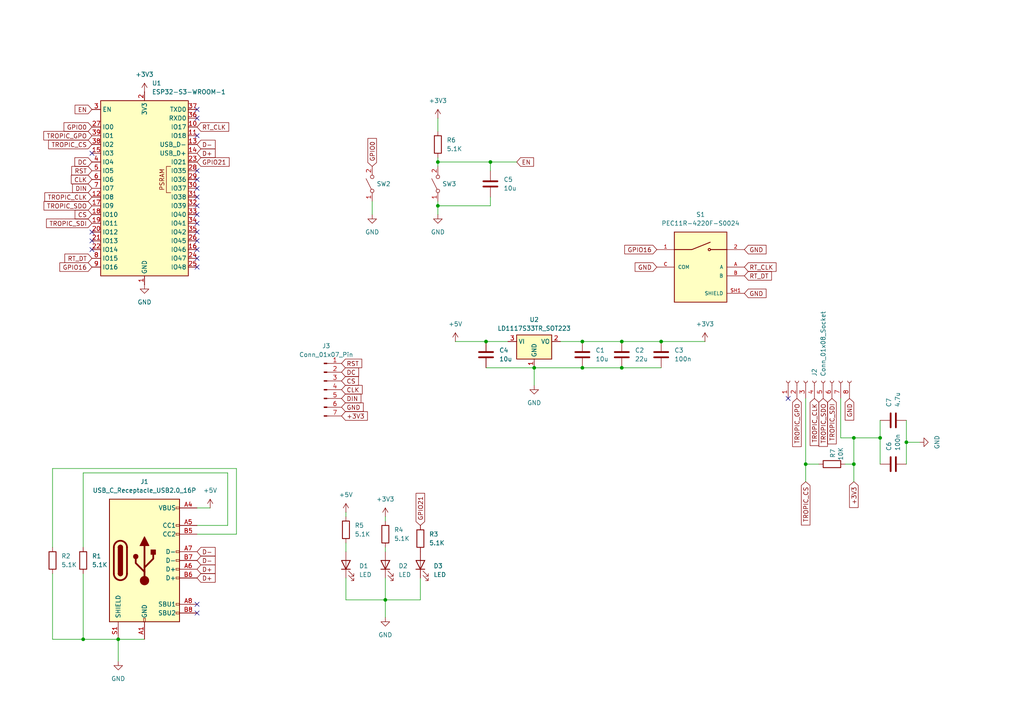
<source format=kicad_sch>
(kicad_sch (version 20250114) (generator "eeschema") (generator_version "9.0")
  (paper "A4")
  (lib_symbols
    (symbol "Connector:Conn_01x07_Pin" (pin_names (offset 1.016) (hide yes))
      (property "Reference" "J" (at 0 10.16 0))
      (property "Value" "Conn_01x07_Pin" (at 0 -10.16 0))
      (symbol "Conn_01x07_Pin_1_1"
        (rectangle (start 0.8636 7.747) (end 0 7.493) (stroke (width 0.1524)) (fill (type outline)))
        (rectangle (start 0.8636 5.207) (end 0 4.953) (stroke (width 0.1524)) (fill (type outline)))
        (rectangle (start 0.8636 2.667) (end 0 2.413) (stroke (width 0.1524)) (fill (type outline)))
        (rectangle (start 0.8636 0.127) (end 0 -0.127) (stroke (width 0.1524)) (fill (type outline)))
        (rectangle (start 0.8636 -2.413) (end 0 -2.667) (stroke (width 0.1524)) (fill (type outline)))
        (rectangle (start 0.8636 -4.953) (end 0 -5.207) (stroke (width 0.1524)) (fill (type outline)))
        (rectangle (start 0.8636 -7.493) (end 0 -7.747) (stroke (width 0.1524)) (fill (type outline)))
        (polyline (pts (xy 1.27 7.62) (xy 0.8636 7.62)) (stroke (width 0.1524)))
        (polyline (pts (xy 1.27 5.08) (xy 0.8636 5.08)) (stroke (width 0.1524)))
        (polyline (pts (xy 1.27 2.54) (xy 0.8636 2.54)) (stroke (width 0.1524)))
        (polyline (pts (xy 1.27 0) (xy 0.8636 0)) (stroke (width 0.1524)))
        (polyline (pts (xy 1.27 -2.54) (xy 0.8636 -2.54)) (stroke (width 0.1524)))
        (polyline (pts (xy 1.27 -5.08) (xy 0.8636 -5.08)) (stroke (width 0.1524)))
        (polyline (pts (xy 1.27 -7.62) (xy 0.8636 -7.62)) (stroke (width 0.1524)))
        (pin passive line (at 5.08 7.62 180) (length 3.81) (name "Pin_1") (number "1"))
        (pin passive line (at 5.08 5.08 180) (length 3.81) (name "Pin_2") (number "2"))
        (pin passive line (at 5.08 2.54 180) (length 3.81) (name "Pin_3") (number "3"))
        (pin passive line (at 5.08 0 180) (length 3.81) (name "Pin_4") (number "4"))
        (pin passive line (at 5.08 -2.54 180) (length 3.81) (name "Pin_5") (number "5"))
        (pin passive line (at 5.08 -5.08 180) (length 3.81) (name "Pin_6") (number "6"))
        (pin passive line (at 5.08 -7.62 180) (length 3.81) (name "Pin_7") (number "7"))
      )
    )
    (symbol "Connector:Conn_01x08_Socket" (pin_names (offset 1.016) (hide yes))
      (property "Reference" "J" (at 0 10.16 0))
      (property "Value" "Conn_01x08_Socket" (at 0 -12.7 0))
      (symbol "Conn_01x08_Socket_1_1"
        (polyline (pts (xy -1.27 7.62) (xy -0.508 7.62)) (stroke (width 0.1524)))
        (polyline (pts (xy -1.27 5.08) (xy -0.508 5.08)) (stroke (width 0.1524)))
        (polyline (pts (xy -1.27 2.54) (xy -0.508 2.54)) (stroke (width 0.1524)))
        (polyline (pts (xy -1.27 0) (xy -0.508 0)) (stroke (width 0.1524)))
        (polyline (pts (xy -1.27 -2.54) (xy -0.508 -2.54)) (stroke (width 0.1524)))
        (polyline (pts (xy -1.27 -5.08) (xy -0.508 -5.08)) (stroke (width 0.1524)))
        (polyline (pts (xy -1.27 -7.62) (xy -0.508 -7.62)) (stroke (width 0.1524)))
        (polyline (pts (xy -1.27 -10.16) (xy -0.508 -10.16)) (stroke (width 0.1524)))
        (arc (start 0 7.112) (mid -0.5058 7.62) (end 0 8.128) (stroke (width 0.1524)))
        (arc (start 0 4.572) (mid -0.5058 5.08) (end 0 5.588) (stroke (width 0.1524)))
        (arc (start 0 2.032) (mid -0.5058 2.54) (end 0 3.048) (stroke (width 0.1524)))
        (arc (start 0 -0.508) (mid -0.5058 0) (end 0 0.508) (stroke (width 0.1524)))
        (arc (start 0 -3.048) (mid -0.5058 -2.54) (end 0 -2.032) (stroke (width 0.1524)))
        (arc (start 0 -5.588) (mid -0.5058 -5.08) (end 0 -4.572) (stroke (width 0.1524)))
        (arc (start 0 -8.128) (mid -0.5058 -7.62) (end 0 -7.112) (stroke (width 0.1524)))
        (arc (start 0 -10.668) (mid -0.5058 -10.16) (end 0 -9.652) (stroke (width 0.1524)))
        (pin passive line (at -5.08 7.62 0) (length 3.81) (name "Pin_1") (number "1"))
        (pin passive line (at -5.08 5.08 0) (length 3.81) (name "Pin_2") (number "2"))
        (pin passive line (at -5.08 2.54 0) (length 3.81) (name "Pin_3") (number "3"))
        (pin passive line (at -5.08 0 0) (length 3.81) (name "Pin_4") (number "4"))
        (pin passive line (at -5.08 -2.54 0) (length 3.81) (name "Pin_5") (number "5"))
        (pin passive line (at -5.08 -5.08 0) (length 3.81) (name "Pin_6") (number "6"))
        (pin passive line (at -5.08 -7.62 0) (length 3.81) (name "Pin_7") (number "7"))
        (pin passive line (at -5.08 -10.16 0) (length 3.81) (name "Pin_8") (number "8"))
      )
    )
    (symbol "Connector:USB_C_Receptacle_USB2.0_16P" (pin_names (offset 1.016))
      (property "Reference" "J" (at 0 22.225 0))
      (property "Value" "USB_C_Receptacle_USB2.0_16P" (at 0 19.685 0))
      (symbol "USB_C_Receptacle_USB2.0_16P_0_0"
        (rectangle (start -0.254 -17.78) (end 0.254 -16.764))
        (rectangle (start 10.16 15.494) (end 9.144 14.986))
        (rectangle (start 10.16 10.414) (end 9.144 9.906))
        (rectangle (start 10.16 7.874) (end 9.144 7.366))
        (rectangle (start 10.16 2.794) (end 9.144 2.286))
        (rectangle (start 10.16 0.254) (end 9.144 -0.254))
        (rectangle (start 10.16 -2.286) (end 9.144 -2.794))
        (rectangle (start 10.16 -4.826) (end 9.144 -5.334))
        (rectangle (start 10.16 -12.446) (end 9.144 -12.954))
        (rectangle (start 10.16 -14.986) (end 9.144 -15.494))
      )
      (symbol "USB_C_Receptacle_USB2.0_16P_0_1"
        (rectangle (start -10.16 17.78) (end 10.16 -17.78) (stroke (width 0.254)) (fill (type background)))
        (polyline (pts (xy -8.89 -3.81) (xy -8.89 3.81)) (stroke (width 0.508)))
        (rectangle (start -7.62 -3.81) (end -6.35 3.81) (stroke (width 0.254)) (fill (type outline)))
        (arc (start -7.62 3.81) (mid -6.985 4.4423) (end -6.35 3.81) (stroke (width 0.254)))
        (arc (start -7.62 3.81) (mid -6.985 4.4423) (end -6.35 3.81) (stroke (width 0.254)) (fill (type outline)))
        (arc (start -8.89 3.81) (mid -6.985 5.7067) (end -5.08 3.81) (stroke (width 0.508)))
        (arc (start -5.08 -3.81) (mid -6.985 -5.7067) (end -8.89 -3.81) (stroke (width 0.508)))
        (arc (start -6.35 -3.81) (mid -6.985 -4.4423) (end -7.62 -3.81) (stroke (width 0.254)))
        (arc (start -6.35 -3.81) (mid -6.985 -4.4423) (end -7.62 -3.81) (stroke (width 0.254)) (fill (type outline)))
        (polyline (pts (xy -5.08 3.81) (xy -5.08 -3.81)) (stroke (width 0.508)))
        (circle (center -2.54 1.143) (radius 0.635) (stroke (width 0.254)) (fill (type outline)))
        (polyline (pts (xy -1.27 4.318) (xy 0 6.858) (xy 1.27 4.318) (xy -1.27 4.318)) (stroke (width 0.254)) (fill (type outline)))
        (polyline (pts (xy 0 -2.032) (xy 2.54 0.508) (xy 2.54 1.778)) (stroke (width 0.508)))
        (polyline (pts (xy 0 -3.302) (xy -2.54 -0.762) (xy -2.54 0.508)) (stroke (width 0.508)))
        (polyline (pts (xy 0 -5.842) (xy 0 4.318)) (stroke (width 0.508)))
        (circle (center 0 -5.842) (radius 1.27) (fill (type outline)))
        (rectangle (start 1.905 1.778) (end 3.175 3.048) (stroke (width 0.254)) (fill (type outline)))
      )
      (symbol "USB_C_Receptacle_USB2.0_16P_1_1"
        (pin passive line (at -7.62 -22.86 90) (length 5.08) (name "SHIELD") (number "S1"))
        (pin passive line (at 0 -22.86 90) (length 5.08) (name "GND") (number "A1"))
        (pin passive line (at 0 -22.86 90) (length 5.08) (hide yes) (name "GND") (number "A12"))
        (pin passive line (at 0 -22.86 90) (length 5.08) (hide yes) (name "GND") (number "B1"))
        (pin passive line (at 0 -22.86 90) (length 5.08) (hide yes) (name "GND") (number "B12"))
        (pin passive line (at 15.24 15.24 180) (length 5.08) (name "VBUS") (number "A4"))
        (pin passive line (at 15.24 15.24 180) (length 5.08) (hide yes) (name "VBUS") (number "A9"))
        (pin passive line (at 15.24 15.24 180) (length 5.08) (hide yes) (name "VBUS") (number "B4"))
        (pin passive line (at 15.24 15.24 180) (length 5.08) (hide yes) (name "VBUS") (number "B9"))
        (pin bidirectional line (at 15.24 10.16 180) (length 5.08) (name "CC1") (number "A5"))
        (pin bidirectional line (at 15.24 7.62 180) (length 5.08) (name "CC2") (number "B5"))
        (pin bidirectional line (at 15.24 2.54 180) (length 5.08) (name "D-") (number "A7"))
        (pin bidirectional line (at 15.24 0 180) (length 5.08) (name "D-") (number "B7"))
        (pin bidirectional line (at 15.24 -2.54 180) (length 5.08) (name "D+") (number "A6"))
        (pin bidirectional line (at 15.24 -5.08 180) (length 5.08) (name "D+") (number "B6"))
        (pin bidirectional line (at 15.24 -12.7 180) (length 5.08) (name "SBU1") (number "A8"))
        (pin bidirectional line (at 15.24 -15.24 180) (length 5.08) (name "SBU2") (number "B8"))
      )
    )
    (symbol "Device:C" (pin_numbers (hide yes)) (pin_names (offset 0.254))
      (property "Reference" "C" (at 0.635 2.54 0))
      (property "Value" "C" (at 0.635 -2.54 0))
      (symbol "C_0_1"
        (polyline (pts (xy -2.032 0.762) (xy 2.032 0.762)) (stroke (width 0.508)))
        (polyline (pts (xy -2.032 -0.762) (xy 2.032 -0.762)) (stroke (width 0.508)))
      )
      (symbol "C_1_1"
        (pin passive line (at 0 3.81 270) (length 2.794) (name "~") (number "1"))
        (pin passive line (at 0 -3.81 90) (length 2.794) (name "~") (number "2"))
      )
    )
    (symbol "Device:LED" (pin_numbers (hide yes)) (pin_names (offset 1.016) (hide yes))
      (property "Reference" "D" (at 0 2.54 0))
      (property "Value" "LED" (at 0 -2.54 0))
      (symbol "LED_0_1"
        (polyline (pts (xy -3.048 -0.762) (xy -4.572 -2.286) (xy -3.81 -2.286) (xy -4.572 -2.286) (xy -4.572 -1.524)))
        (polyline (pts (xy -1.778 -0.762) (xy -3.302 -2.286) (xy -2.54 -2.286) (xy -3.302 -2.286) (xy -3.302 -1.524)))
        (polyline (pts (xy -1.27 0) (xy 1.27 0)))
        (polyline (pts (xy -1.27 -1.27) (xy -1.27 1.27)) (stroke (width 0.254)))
        (polyline (pts (xy 1.27 -1.27) (xy 1.27 1.27) (xy -1.27 0) (xy 1.27 -1.27)) (stroke (width 0.254)))
      )
      (symbol "LED_1_1"
        (pin passive line (at -3.81 0 0) (length 2.54) (name "K") (number "1"))
        (pin passive line (at 3.81 0 180) (length 2.54) (name "A") (number "2"))
      )
    )
    (symbol "Device:R" (pin_numbers (hide yes)) (pin_names (offset 0))
      (property "Reference" "R" (at 2.032 0 90))
      (property "Value" "R" (at 0 0 90))
      (symbol "R_0_1"
        (rectangle (start -1.016 -2.54) (end 1.016 2.54) (stroke (width 0.254)))
      )
      (symbol "R_1_1"
        (pin passive line (at 0 3.81 270) (length 1.27) (name "~") (number "1"))
        (pin passive line (at 0 -3.81 90) (length 1.27) (name "~") (number "2"))
      )
    )
    (symbol "RF_Module:ESP32-S3-WROOM-1"
      (property "Reference" "U" (at -12.7 26.67 0))
      (property "Value" "ESP32-S3-WROOM-1" (at 12.7 26.67 0))
      (symbol "ESP32-S3-WROOM-1_0_0"
        (rectangle (start -12.7 25.4) (end 12.7 -25.4) (stroke (width 0.254)) (fill (type background)))
        (text "PSRAM" (at 5.08 2.54 900) (effects (font (size 1.27 1.27))))
      )
      (symbol "ESP32-S3-WROOM-1_0_1"
        (polyline (pts (xy 7.62 -1.27) (xy 6.35 -1.27) (xy 6.35 6.35) (xy 7.62 6.35)))
      )
      (symbol "ESP32-S3-WROOM-1_1_1"
        (pin input line (at -15.24 22.86 0) (length 2.54) (name "EN") (number "3"))
        (pin bidirectional line (at -15.24 17.78 0) (length 2.54) (name "IO0") (number "27"))
        (pin bidirectional line (at -15.24 15.24 0) (length 2.54) (name "IO1") (number "39"))
        (pin bidirectional line (at -15.24 12.7 0) (length 2.54) (name "IO2") (number "38"))
        (pin bidirectional line (at -15.24 10.16 0) (length 2.54) (name "IO3") (number "15"))
        (pin bidirectional line (at -15.24 7.62 0) (length 2.54) (name "IO4") (number "4"))
        (pin bidirectional line (at -15.24 5.08 0) (length 2.54) (name "IO5") (number "5"))
        (pin bidirectional line (at -15.24 2.54 0) (length 2.54) (name "IO6") (number "6"))
        (pin bidirectional line (at -15.24 0 0) (length 2.54) (name "IO7") (number "7"))
        (pin bidirectional line (at -15.24 -2.54 0) (length 2.54) (name "IO8") (number "12"))
        (pin bidirectional line (at -15.24 -5.08 0) (length 2.54) (name "IO9") (number "17"))
        (pin bidirectional line (at -15.24 -7.62 0) (length 2.54) (name "IO10") (number "18"))
        (pin bidirectional line (at -15.24 -10.16 0) (length 2.54) (name "IO11") (number "19"))
        (pin bidirectional line (at -15.24 -12.7 0) (length 2.54) (name "IO12") (number "20"))
        (pin bidirectional line (at -15.24 -15.24 0) (length 2.54) (name "IO13") (number "21"))
        (pin bidirectional line (at -15.24 -17.78 0) (length 2.54) (name "IO14") (number "22"))
        (pin bidirectional line (at -15.24 -20.32 0) (length 2.54) (name "IO15") (number "8"))
        (pin bidirectional line (at -15.24 -22.86 0) (length 2.54) (name "IO16") (number "9"))
        (pin power_in line (at 0 27.94 270) (length 2.54) (name "3V3") (number "2"))
        (pin power_in line (at 0 -27.94 90) (length 2.54) (name "GND") (number "1"))
        (pin passive line (at 0 -27.94 90) (length 2.54) (hide yes) (name "GND") (number "40"))
        (pin passive line (at 0 -27.94 90) (length 2.54) (hide yes) (name "GND") (number "41"))
        (pin bidirectional line (at 15.24 22.86 180) (length 2.54) (name "TXD0") (number "37"))
        (pin bidirectional line (at 15.24 20.32 180) (length 2.54) (name "RXD0") (number "36"))
        (pin bidirectional line (at 15.24 17.78 180) (length 2.54) (name "IO17") (number "10"))
        (pin bidirectional line (at 15.24 15.24 180) (length 2.54) (name "IO18") (number "11"))
        (pin bidirectional line (at 15.24 12.7 180) (length 2.54) (name "USB_D-") (number "13"))
        (pin bidirectional line (at 15.24 10.16 180) (length 2.54) (name "USB_D+") (number "14"))
        (pin bidirectional line (at 15.24 7.62 180) (length 2.54) (name "IO21") (number "23"))
        (pin bidirectional line (at 15.24 5.08 180) (length 2.54) (name "IO35") (number "28"))
        (pin bidirectional line (at 15.24 2.54 180) (length 2.54) (name "IO36") (number "29"))
        (pin bidirectional line (at 15.24 0 180) (length 2.54) (name "IO37") (number "30"))
        (pin bidirectional line (at 15.24 -2.54 180) (length 2.54) (name "IO38") (number "31"))
        (pin bidirectional line (at 15.24 -5.08 180) (length 2.54) (name "IO39") (number "32"))
        (pin bidirectional line (at 15.24 -7.62 180) (length 2.54) (name "IO40") (number "33"))
        (pin bidirectional line (at 15.24 -10.16 180) (length 2.54) (name "IO41") (number "34"))
        (pin bidirectional line (at 15.24 -12.7 180) (length 2.54) (name "IO42") (number "35"))
        (pin bidirectional line (at 15.24 -15.24 180) (length 2.54) (name "IO45") (number "26"))
        (pin bidirectional line (at 15.24 -17.78 180) (length 2.54) (name "IO46") (number "16"))
        (pin bidirectional line (at 15.24 -20.32 180) (length 2.54) (name "IO47") (number "24"))
        (pin bidirectional line (at 15.24 -22.86 180) (length 2.54) (name "IO48") (number "25"))
      )
    )
    (symbol "Regulator_Linear:LD1117S33TR_SOT223"
      (property "Reference" "U" (at -3.81 3.175 0))
      (property "Value" "LD1117S33TR_SOT223" (at 0 3.175 0))
      (symbol "LD1117S33TR_SOT223_0_1"
        (rectangle (start -5.08 -5.08) (end 5.08 1.905) (stroke (width 0.254)) (fill (type background)))
      )
      (symbol "LD1117S33TR_SOT223_1_1"
        (pin power_in line (at -7.62 0 0) (length 2.54) (name "VI") (number "3"))
        (pin power_in line (at 0 -7.62 90) (length 2.54) (name "GND") (number "1"))
        (pin power_out line (at 7.62 0 180) (length 2.54) (name "VO") (number "2"))
      )
    )
    (symbol "RotatoryEncoder:PEC11R-4220F-S0024" (pin_names (offset 1.016))
      (property "Reference" "S" (at -7.62 10.922 0))
      (property "Value" "PEC11R-4220F-S0024" (at -7.62 -12.7 0))
      (symbol "PEC11R-4220F-S0024_0_0"
        (rectangle (start -7.62 -10.16) (end 7.62 10.16) (stroke (width 0.254)) (fill (type background)))
        (polyline (pts (xy -2.54 5.08) (xy -7.62 5.08)) (stroke (width 0.254)))
        (polyline (pts (xy -2.54 5.08) (xy 2.794 7.2136)) (stroke (width 0.254)))
        (circle (center 2.54 5.08) (radius 0.3302) (stroke (width 0.254)))
        (polyline (pts (xy 7.62 5.08) (xy 2.921 5.08)) (stroke (width 0.254)))
        (pin passive line (at -12.7 5.08 0) (length 5.08) (name "~") (number "1"))
        (pin passive line (at -12.7 0 0) (length 5.08) (name "COM") (number "C"))
        (pin passive line (at 12.7 5.08 180) (length 5.08) (name "~") (number "2"))
        (pin passive line (at 12.7 0 180) (length 5.08) (name "A") (number "A"))
        (pin passive line (at 12.7 -2.54 180) (length 5.08) (name "B") (number "B"))
        (pin passive line (at 12.7 -7.62 180) (length 5.08) (name "SHIELD") (number "SH1"))
        (pin passive line (at 12.7 -7.62 180) (length 5.08) (hide yes) (name "SHIELD") (number "SH2"))
      )
    )
    (symbol "Switch:SW_SPST" (pin_names (offset 0) (hide yes))
      (property "Reference" "SW" (at 0 3.175 0))
      (property "Value" "SW_SPST" (at 0 -2.54 0))
      (symbol "SW_SPST_0_0"
        (circle (center -2.032 0) (radius 0.508))
        (polyline (pts (xy -1.524 0.254) (xy 1.524 1.778)))
        (circle (center 2.032 0) (radius 0.508))
      )
      (symbol "SW_SPST_1_1"
        (pin passive line (at -5.08 0 0) (length 2.54) (name "A") (number "1"))
        (pin passive line (at 5.08 0 180) (length 2.54) (name "B") (number "2"))
      )
    )
    (symbol "power:GND" (power) (pin_numbers (hide yes)) (pin_names (offset 0) (hide yes))
      (property "Value" "GND" (at 0 -3.81 0))
      (symbol "GND_0_1"
        (polyline (pts (xy 0 0) (xy 0 -1.27) (xy 1.27 -1.27) (xy 0 -2.54) (xy -1.27 -1.27) (xy 0 -1.27)))
      )
      (symbol "GND_1_1"
        (pin power_in line (at 0 0 270) (length 0) (name "~") (number "1"))
      )
    )
    (symbol "power:VCC" (power) (pin_numbers (hide yes)) (pin_names (offset 0) (hide yes))
      (property "Value" "VCC" (at 0 3.556 0))
      (symbol "VCC_0_1"
        (polyline (pts (xy -0.762 1.27) (xy 0 2.54)))
        (polyline (pts (xy 0 2.54) (xy 0.762 1.27)))
        (polyline (pts (xy 0 0) (xy 0 2.54)))
      )
      (symbol "VCC_1_1"
        (pin power_in line (at 0 0 90) (length 0) (name "~") (number "1"))
      )
    )
  )
  (junction (at 127 46.99))
  (junction (at 180.34 106.68))
  (junction (at 168.91 106.68))
  (junction (at 127 59.69))
  (junction (at 140.97 99.06))
  (junction (at 180.34 99.06))
  (junction (at 247.65 134.62))
  (junction (at 255.27 127))
  (junction (at 111.76 173.99))
  (junction (at 233.68 134.62))
  (junction (at 142.24 46.99))
  (junction (at 34.29 185.42))
  (junction (at 191.77 99.06))
  (junction (at 168.91 99.06))
  (junction (at 154.94 106.68))
  (junction (at 24.13 185.42))
  (junction (at 247.65 127))
  (junction (at 262.89 128.27))
  (no_connect (at 57.15 175.26))
  (no_connect (at 26.67 67.31))
  (no_connect (at 26.67 69.85))
  (no_connect (at 57.15 77.47))
  (no_connect (at 228.6 115.57))
  (no_connect (at 57.15 177.8))
  (no_connect (at 57.15 67.31))
  (no_connect (at 57.15 72.39))
  (no_connect (at 57.15 39.37))
  (no_connect (at 57.15 52.07))
  (no_connect (at 57.15 31.75))
  (no_connect (at 57.15 34.29))
  (no_connect (at 57.15 59.69))
  (no_connect (at 26.67 44.45))
  (no_connect (at 57.15 74.93))
  (no_connect (at 57.15 69.85))
  (no_connect (at 57.15 62.23))
  (no_connect (at 57.15 54.61))
  (no_connect (at 26.67 72.39))
  (no_connect (at 57.15 49.53))
  (no_connect (at 57.15 57.15))
  (no_connect (at 57.15 64.77))
  (wire (pts (xy 107.95 62.23) (xy 107.95 58.42)))
  (wire (pts (xy 111.76 158.75) (xy 111.76 160.02)))
  (wire (pts (xy 127 59.69) (xy 142.24 59.69)))
  (wire (pts (xy 34.29 185.42) (xy 41.91 185.42)))
  (wire (pts (xy 121.92 173.99) (xy 111.76 173.99)))
  (wire (pts (xy 154.94 106.68) (xy 154.94 111.76)))
  (wire (pts (xy 127 34.29) (xy 127 38.1)))
  (wire (pts (xy 245.11 134.62) (xy 247.65 134.62)))
  (wire (pts (xy 127 45.72) (xy 127 46.99)))
  (wire (pts (xy 262.89 134.62) (xy 262.89 128.27)))
  (wire (pts (xy 100.33 173.99) (xy 100.33 167.64)))
  (wire (pts (xy 15.24 166.37) (xy 15.24 185.42)))
  (wire (pts (xy 111.76 173.99) (xy 111.76 179.07)))
  (wire (pts (xy 154.94 106.68) (xy 168.91 106.68)))
  (wire (pts (xy 247.65 127) (xy 255.27 127)))
  (wire (pts (xy 68.58 154.94) (xy 68.58 135.89)))
  (wire (pts (xy 180.34 106.68) (xy 191.77 106.68)))
  (wire (pts (xy 100.33 157.48) (xy 100.33 160.02)))
  (wire (pts (xy 132.08 99.06) (xy 140.97 99.06)))
  (wire (pts (xy 111.76 167.64) (xy 111.76 173.99)))
  (wire (pts (xy 233.68 115.57) (xy 233.68 134.62)))
  (wire (pts (xy 255.27 121.92) (xy 255.27 127)))
  (wire (pts (xy 255.27 127) (xy 255.27 134.62)))
  (wire (pts (xy 142.24 49.53) (xy 142.24 46.99)))
  (wire (pts (xy 15.24 135.89) (xy 15.24 158.75)))
  (wire (pts (xy 247.65 127) (xy 247.65 134.62)))
  (wire (pts (xy 247.65 139.7) (xy 247.65 134.62)))
  (wire (pts (xy 243.84 127) (xy 247.65 127)))
  (wire (pts (xy 100.33 148.59) (xy 100.33 149.86)))
  (wire (pts (xy 262.89 121.92) (xy 262.89 128.27)))
  (wire (pts (xy 142.24 46.99) (xy 149.86 46.99)))
  (wire (pts (xy 24.13 166.37) (xy 24.13 185.42)))
  (wire (pts (xy 127 46.99) (xy 127 48.26)))
  (wire (pts (xy 68.58 135.89) (xy 15.24 135.89)))
  (wire (pts (xy 57.15 154.94) (xy 68.58 154.94)))
  (wire (pts (xy 140.97 106.68) (xy 154.94 106.68)))
  (wire (pts (xy 162.56 99.06) (xy 168.91 99.06)))
  (wire (pts (xy 140.97 99.06) (xy 147.32 99.06)))
  (wire (pts (xy 24.13 185.42) (xy 34.29 185.42)))
  (wire (pts (xy 191.77 99.06) (xy 204.47 99.06)))
  (wire (pts (xy 168.91 99.06) (xy 180.34 99.06)))
  (wire (pts (xy 57.15 147.32) (xy 60.96 147.32)))
  (wire (pts (xy 15.24 185.42) (xy 24.13 185.42)))
  (wire (pts (xy 111.76 149.86) (xy 111.76 151.13)))
  (wire (pts (xy 100.33 173.99) (xy 111.76 173.99)))
  (wire (pts (xy 243.84 115.57) (xy 243.84 127)))
  (wire (pts (xy 127 62.23) (xy 127 59.69)))
  (wire (pts (xy 142.24 57.15) (xy 142.24 59.69)))
  (wire (pts (xy 127 46.99) (xy 142.24 46.99)))
  (wire (pts (xy 233.68 134.62) (xy 237.49 134.62)))
  (wire (pts (xy 34.29 185.42) (xy 34.29 191.77)))
  (wire (pts (xy 180.34 99.06) (xy 191.77 99.06)))
  (wire (pts (xy 66.04 152.4) (xy 66.04 137.16)))
  (wire (pts (xy 127 59.69) (xy 127 58.42)))
  (wire (pts (xy 168.91 106.68) (xy 180.34 106.68)))
  (wire (pts (xy 233.68 134.62) (xy 233.68 139.7)))
  (wire (pts (xy 121.92 167.64) (xy 121.92 173.99)))
  (wire (pts (xy 262.89 128.27) (xy 266.7 128.27)))
  (wire (pts (xy 24.13 137.16) (xy 24.13 158.75)))
  (wire (pts (xy 57.15 152.4) (xy 66.04 152.4)))
  (wire (pts (xy 66.04 137.16) (xy 24.13 137.16)))
  (global_label "GPIO0" (shape input) (at 26.67 36.83 180) (property "Intersheetrefs" "${INTERSHEET_REFS}" (effects (hide yes))))
  (global_label "RT_CLK" (shape input) (at 215.9 77.47 0) (property "Intersheetrefs" "${INTERSHEET_REFS}" (effects (hide yes))))
  (global_label "DC" (shape input) (at 26.67 46.99 180) (property "Intersheetrefs" "${INTERSHEET_REFS}" (effects (hide yes))))
  (global_label "CS" (shape input) (at 26.67 62.23 180) (property "Intersheetrefs" "${INTERSHEET_REFS}" (effects (hide yes))))
  (global_label "EN" (shape input) (at 26.67 31.75 180) (property "Intersheetrefs" "${INTERSHEET_REFS}" (effects (hide yes))))
  (global_label "TROPIC_SDO" (shape input) (at 26.67 59.69 180) (property "Intersheetrefs" "${INTERSHEET_REFS}" (effects (hide yes))))
  (global_label "GND" (shape input) (at 99.06 118.11 0) (property "Intersheetrefs" "${INTERSHEET_REFS}" (effects (hide yes))))
  (global_label "+3V3" (shape input) (at 99.06 120.65 0) (property "Intersheetrefs" "${INTERSHEET_REFS}" (effects (hide yes))))
  (global_label "GND" (shape input) (at 190.5 77.47 180) (property "Intersheetrefs" "${INTERSHEET_REFS}" (effects (hide yes))))
  (global_label "TROPIC_CLK" (shape input) (at 26.67 57.15 180) (property "Intersheetrefs" "${INTERSHEET_REFS}" (effects (hide yes))))
  (global_label "+3V3" (shape input) (at 247.65 139.7 270) (property "Intersheetrefs" "${INTERSHEET_REFS}" (effects (hide yes))))
  (global_label "RST" (shape input) (at 26.67 49.53 180) (property "Intersheetrefs" "${INTERSHEET_REFS}" (effects (hide yes))))
  (global_label "TROPIC_CLK" (shape input) (at 236.22 115.57 270) (property "Intersheetrefs" "${INTERSHEET_REFS}" (effects (hide yes))))
  (global_label "DIN" (shape input) (at 99.06 115.57 0) (property "Intersheetrefs" "${INTERSHEET_REFS}" (effects (hide yes))))
  (global_label "D-" (shape input) (at 57.15 162.56 0) (property "Intersheetrefs" "${INTERSHEET_REFS}" (effects (hide yes))))
  (global_label "RT_CLK" (shape input) (at 57.15 36.83 0) (property "Intersheetrefs" "${INTERSHEET_REFS}" (effects (hide yes))))
  (global_label "D-" (shape input) (at 57.15 160.02 0) (property "Intersheetrefs" "${INTERSHEET_REFS}" (effects (hide yes))))
  (global_label "GND" (shape input) (at 246.38 115.57 270) (property "Intersheetrefs" "${INTERSHEET_REFS}" (effects (hide yes))))
  (global_label "GPIO16" (shape input) (at 26.67 77.47 180) (property "Intersheetrefs" "${INTERSHEET_REFS}" (effects (hide yes))))
  (global_label "TROPIC_GPO" (shape input) (at 231.14 115.57 270) (property "Intersheetrefs" "${INTERSHEET_REFS}" (effects (hide yes))))
  (global_label "TROPIC_GPO" (shape input) (at 26.67 39.37 180) (property "Intersheetrefs" "${INTERSHEET_REFS}" (effects (hide yes))))
  (global_label "CLK" (shape input) (at 26.67 52.07 180) (property "Intersheetrefs" "${INTERSHEET_REFS}" (effects (hide yes))))
  (global_label "RT_DT" (shape input) (at 215.9 80.01 0) (property "Intersheetrefs" "${INTERSHEET_REFS}" (effects (hide yes))))
  (global_label "GPIO16" (shape input) (at 190.5 72.39 180) (property "Intersheetrefs" "${INTERSHEET_REFS}" (effects (hide yes))))
  (global_label "TROPIC_CS" (shape input) (at 233.68 139.7 270) (property "Intersheetrefs" "${INTERSHEET_REFS}" (effects (hide yes))))
  (global_label "RT_DT" (shape input) (at 26.67 74.93 180) (property "Intersheetrefs" "${INTERSHEET_REFS}" (effects (hide yes))))
  (global_label "GPIO0" (shape input) (at 107.95 48.26 90) (property "Intersheetrefs" "${INTERSHEET_REFS}" (effects (hide yes))))
  (global_label "DC" (shape input) (at 99.06 107.95 0) (property "Intersheetrefs" "${INTERSHEET_REFS}" (effects (hide yes))))
  (global_label "D+" (shape input) (at 57.15 44.45 0) (property "Intersheetrefs" "${INTERSHEET_REFS}" (effects (hide yes))))
  (global_label "GND" (shape input) (at 215.9 72.39 0) (property "Intersheetrefs" "${INTERSHEET_REFS}" (effects (hide yes))))
  (global_label "GND" (shape input) (at 215.9 85.09 0) (property "Intersheetrefs" "${INTERSHEET_REFS}" (effects (hide yes))))
  (global_label "RST" (shape input) (at 99.06 105.41 0) (property "Intersheetrefs" "${INTERSHEET_REFS}" (effects (hide yes))))
  (global_label "DIN" (shape input) (at 26.67 54.61 180) (property "Intersheetrefs" "${INTERSHEET_REFS}" (effects (hide yes))))
  (global_label "D-" (shape input) (at 57.15 41.91 0) (property "Intersheetrefs" "${INTERSHEET_REFS}" (effects (hide yes))))
  (global_label "D+" (shape input) (at 57.15 165.1 0) (property "Intersheetrefs" "${INTERSHEET_REFS}" (effects (hide yes))))
  (global_label "CLK" (shape input) (at 99.06 113.03 0) (property "Intersheetrefs" "${INTERSHEET_REFS}" (effects (hide yes))))
  (global_label "TROPIC_SDI" (shape input) (at 26.67 64.77 180) (property "Intersheetrefs" "${INTERSHEET_REFS}" (effects (hide yes))))
  (global_label "D+" (shape input) (at 57.15 167.64 0) (property "Intersheetrefs" "${INTERSHEET_REFS}" (effects (hide yes))))
  (global_label "TROPIC_SDI" (shape input) (at 241.3 115.57 270) (property "Intersheetrefs" "${INTERSHEET_REFS}" (effects (hide yes))))
  (global_label "CS" (shape input) (at 99.06 110.49 0) (property "Intersheetrefs" "${INTERSHEET_REFS}" (effects (hide yes))))
  (global_label "GPIO21" (shape input) (at 57.15 46.99 0) (property "Intersheetrefs" "${INTERSHEET_REFS}" (effects (hide yes))))
  (global_label "GPIO21" (shape input) (at 121.92 152.4 90) (property "Intersheetrefs" "${INTERSHEET_REFS}" (effects (hide yes))))
  (global_label "TROPIC_SDO" (shape input) (at 238.76 115.57 270) (property "Intersheetrefs" "${INTERSHEET_REFS}" (effects (hide yes))))
  (global_label "EN" (shape input) (at 149.86 46.99 0) (property "Intersheetrefs" "${INTERSHEET_REFS}" (effects (hide yes))))
  (global_label "TROPIC_CS" (shape input) (at 26.67 41.91 180) (property "Intersheetrefs" "${INTERSHEET_REFS}" (effects (hide yes))))
  (symbol (lib_id "Device:C") (at 180.34 102.87 0) (unit 1)
    (property "Reference" "C2" (at 184.15 101.5999 0) (effects (justify left)))
    (property "Value" "22u" (at 184.15 104.1399 0) (effects (justify left)))
    (property "Footprint" "Capacitor_SMD:C_1206_3216Metric" (effects (hide yes)))
    (property "Description" "Unpolarized capacitor" (effects (hide yes)))
  )
  (symbol (lib_id "Device:R") (at 100.33 153.67 0) (unit 1)
    (property "Reference" "R5" (at 102.87 152.3999 0) (effects (justify left)))
    (property "Value" "5.1K" (at 102.87 154.9399 0) (effects (justify left)))
    (property "Footprint" "Resistor_SMD:R_0402_1005Metric" (effects (hide yes)))
    (property "Description" "Resistor" (effects (hide yes)))
  )
  (symbol (lib_id "Device:C") (at 259.08 134.62 90) (unit 1)
    (property "Reference" "C6" (at 257.8099 130.81 0) (effects (justify left)))
    (property "Value" "100n" (at 260.3499 130.81 0) (effects (justify left)))
    (property "Footprint" "Capacitor_SMD:C_0402_1005Metric" (effects (hide yes)))
    (property "Description" "Unpolarized capacitor" (effects (hide yes)))
  )
  (symbol (lib_id "power:VCC") (at 41.91 26.67 0) (unit 1)
    (property "Reference" "#PWR013" (effects (hide yes)))
    (property "Value" "+3V3" (at 41.91 21.59 0))
    (property "Description" "Power symbol creates a global label with name \"VCC\"" (effects (hide yes)))
  )
  (symbol (lib_id "Device:C") (at 191.77 102.87 0) (unit 1)
    (property "Reference" "C3" (at 195.58 101.5999 0) (effects (justify left)))
    (property "Value" "100n" (at 195.58 104.1399 0) (effects (justify left)))
    (property "Footprint" "Capacitor_SMD:C_0402_1005Metric" (effects (hide yes)))
    (property "Description" "Unpolarized capacitor" (effects (hide yes)))
  )
  (symbol (lib_id "RF_Module:ESP32-S3-WROOM-1") (at 41.91 54.61 0) (unit 1)
    (property "Reference" "U1" (at 44.0533 24.13 0) (effects (justify left)))
    (property "Value" "ESP32-S3-WROOM-1" (at 44.0533 26.67 0) (effects (justify left)))
    (property "Footprint" "RF_Module:ESP32-S3-WROOM-1" (effects (hide yes)))
    (property "Datasheet" "https://www.espressif.com/sites/default/files/documentation/esp32-s3-wroom-1_wroom-1u_datasheet_en.pdf" (effects (hide yes)))
    (property "Description" "RF Module, ESP32-S3 SoC, Wi-Fi 802.11b/g/n, Bluetooth, BLE, 32-bit, 3.3V, onboard antenna, SMD" (effects (hide yes)))
  )
  (symbol (lib_id "Switch:SW_SPST") (at 107.95 53.34 90) (unit 1)
    (property "Reference" "SW2" (at 109.22 53.3399 90) (effects (justify right)))
    (property "Value" "SW_SPST" (effects (hide yes)))
    (property "Footprint" "Button_Switch_SMD:SW_SPST_B3U-1000P" (effects (hide yes)))
    (property "Description" "Single Pole Single Throw (SPST) switch" (effects (hide yes)))
  )
  (symbol (lib_id "Device:LED") (at 100.33 163.83 90) (unit 1)
    (property "Reference" "D1" (at 104.14 164.1474 90) (effects (justify right)))
    (property "Value" "LED" (at 104.14 166.6874 90) (effects (justify right)))
    (property "Footprint" "LED_SMD:LED_0603_1608Metric" (effects (hide yes)))
    (property "Description" "Light emitting diode" (effects (hide yes)))
    (property "Sim.Pins" "1=K 2=A" (effects (hide yes)))
  )
  (symbol (lib_id "Device:R") (at 15.24 162.56 0) (unit 1)
    (property "Reference" "R2" (at 17.78 161.2899 0) (effects (justify left)))
    (property "Value" "5.1K" (at 17.78 163.8299 0) (effects (justify left)))
    (property "Footprint" "Resistor_SMD:R_0402_1005Metric" (effects (hide yes)))
    (property "Description" "Resistor" (effects (hide yes)))
  )
  (symbol (lib_id "power:GND") (at 107.95 62.23 0) (unit 1)
    (property "Reference" "#PWR09" (effects (hide yes)))
    (property "Value" "GND" (at 107.95 67.31 0))
    (property "Description" "Power symbol creates a global label with name \"GND\" , ground" (effects (hide yes)))
  )
  (symbol (lib_id "power:VCC") (at 100.33 148.59 0) (unit 1)
    (property "Reference" "#PWR07" (effects (hide yes)))
    (property "Value" "+5V" (at 100.33 143.51 0))
    (property "Description" "Power symbol creates a global label with name \"VCC\"" (effects (hide yes)))
  )
  (symbol (lib_id "Connector:USB_C_Receptacle_USB2.0_16P") (at 41.91 162.56 0) (unit 1)
    (property "Reference" "J1" (at 41.91 139.7 0))
    (property "Value" "USB_C_Receptacle_USB2.0_16P" (at 41.91 142.24 0))
    (property "Footprint" "Connector_USB:USB_C_Receptacle_HRO_TYPE-C-31-M-12" (effects (hide yes)))
    (property "Datasheet" "https://www.usb.org/sites/default/files/documents/usb_type-c.zip" (effects (hide yes)))
    (property "Description" "USB 2.0-only 16P Type-C Receptacle connector" (effects (hide yes)))
  )
  (symbol (lib_id "Device:R") (at 127 41.91 0) (unit 1)
    (property "Reference" "R6" (at 129.54 40.6399 0) (effects (justify left)))
    (property "Value" "5.1K" (at 129.54 43.1799 0) (effects (justify left)))
    (property "Footprint" "Resistor_SMD:R_0402_1005Metric" (effects (hide yes)))
    (property "Description" "Resistor" (effects (hide yes)))
  )
  (symbol (lib_id "power:VCC") (at 204.47 99.06 0) (unit 1)
    (property "Reference" "#PWR02" (effects (hide yes)))
    (property "Value" "+3V3" (at 204.47 93.98 0))
    (property "Description" "Power symbol creates a global label with name \"VCC\"" (effects (hide yes)))
  )
  (symbol (lib_id "Connector:Conn_01x08_Socket") (at 236.22 110.49 90) (unit 1)
    (property "Reference" "J2" (at 236.2199 109.22 0) (effects (justify left)))
    (property "Value" "Conn_01x08_Socket" (at 238.7599 109.22 0) (effects (justify left)))
    (property "Footprint" "Tropic01_Click:Tropic01_PinSocket" (effects (hide yes)))
    (property "Description" "Generic connector, single row, 01x08, script generated" (effects (hide yes)))
  )
  (symbol (lib_id "Device:R") (at 111.76 154.94 180) (unit 1)
    (property "Reference" "R4" (at 114.3 153.6699 0) (effects (justify right)))
    (property "Value" "5.1K" (at 114.3 156.2099 0) (effects (justify right)))
    (property "Footprint" "Resistor_SMD:R_0402_1005Metric" (effects (hide yes)))
    (property "Description" "Resistor" (effects (hide yes)))
  )
  (symbol (lib_id "Device:LED") (at 111.76 163.83 90) (unit 1)
    (property "Reference" "D2" (at 115.57 164.1474 90) (effects (justify right)))
    (property "Value" "LED" (at 115.57 166.6874 90) (effects (justify right)))
    (property "Footprint" "LED_SMD:LED_0603_1608Metric" (effects (hide yes)))
    (property "Description" "Light emitting diode" (effects (hide yes)))
    (property "Sim.Pins" "1=K 2=A" (effects (hide yes)))
  )
  (symbol (lib_id "power:GND") (at 127 62.23 0) (unit 1)
    (property "Reference" "#PWR010" (effects (hide yes)))
    (property "Value" "GND" (at 127 67.31 0))
    (property "Description" "Power symbol creates a global label with name \"GND\" , ground" (effects (hide yes)))
  )
  (symbol (lib_id "power:GND") (at 154.94 111.76 0) (unit 1)
    (property "Reference" "#PWR03" (effects (hide yes)))
    (property "Value" "GND" (at 154.94 116.84 0))
    (property "Description" "Power symbol creates a global label with name \"GND\" , ground" (effects (hide yes)))
  )
  (symbol (lib_id "power:GND") (at 111.76 179.07 0) (unit 1)
    (property "Reference" "#PWR06" (effects (hide yes)))
    (property "Value" "GND" (at 111.76 184.15 0))
    (property "Description" "Power symbol creates a global label with name \"GND\" , ground" (effects (hide yes)))
  )
  (symbol (lib_id "power:VCC") (at 60.96 147.32 0) (unit 1)
    (property "Reference" "#PWR05" (effects (hide yes)))
    (property "Value" "+5V" (at 60.96 142.24 0))
    (property "Description" "Power symbol creates a global label with name \"VCC\"" (effects (hide yes)))
  )
  (symbol (lib_id "power:VCC") (at 132.08 99.06 0) (unit 1)
    (property "Reference" "#PWR01" (effects (hide yes)))
    (property "Value" "+5V" (at 132.08 93.98 0))
    (property "Description" "Power symbol creates a global label with name \"VCC\"" (effects (hide yes)))
  )
  (symbol (lib_id "RotatoryEncoder:PEC11R-4220F-S0024") (at 203.2 77.47 0) (unit 1)
    (property "Reference" "S1" (at 203.2 62.23 0))
    (property "Value" "PEC11R-4220F-S0024" (at 203.2 64.77 0))
    (property "Footprint" "RotatoryEncoder:XDCR_PEC11R-4220F-S0024" (effects (hide yes)))
    (property "MF" "Bourns" (effects (hide yes)))
    (property "Description_1" "Encoder, Rotary, 24 Detents, 20 mm Shaft, Switch | Bourns PEC11R-4220F-S0024" (effects (hide yes)))
    (property "CREATOR" "ASHISH" (effects (hide yes)))
    (property "Price" "None" (effects (hide yes)))
    (property "Package" "None" (effects (hide yes)))
    (property "Check_prices" "https://www.snapeda.com/parts/PEC11R-4220F-S0024/Bourns/view-part/?ref=eda" (effects (hide yes)))
    (property "STANDARD" "Manufacturer Recommendations" (effects (hide yes)))
    (property "PARTREV" "11/23" (effects (hide yes)))
    (property "VERIFIER" "KARTHIK" (effects (hide yes)))
    (property "SnapEDA_Link" "https://www.snapeda.com/parts/PEC11R-4220F-S0024/Bourns/view-part/?ref=snap" (effects (hide yes)))
    (property "MP" "PEC11R-4220F-S0024" (effects (hide yes)))
    (property "Purchase-URL" "https://www.snapeda.com/api/url_track_click_mouser/?unipart_id=48710&manufacturer=Bourns&part_name=PEC11R-4220F-S0024&search_term=None" (effects (hide yes)))
    (property "Availability" "In Stock" (effects (hide yes)))
    (property "MANUFACTURER" "Bourns" (effects (hide yes)))
  )
  (symbol (lib_id "Connector:Conn_01x07_Pin") (at 93.98 113.03 0) (unit 1)
    (property "Reference" "J3" (at 94.615 100.33 0))
    (property "Value" "Conn_01x07_Pin" (at 94.615 102.87 0))
    (property "Footprint" "Connector_PinSocket_2.54mm:PinSocket_1x07_P2.54mm_Horizontal" (effects (hide yes)))
    (property "Description" "Generic connector, single row, 01x07, script generated" (effects (hide yes)))
  )
  (symbol (lib_id "power:GND") (at 34.29 191.77 0) (unit 1)
    (property "Reference" "#PWR04" (effects (hide yes)))
    (property "Value" "GND" (at 34.29 196.85 0))
    (property "Description" "Power symbol creates a global label with name \"GND\" , ground" (effects (hide yes)))
  )
  (symbol (lib_id "Device:C") (at 259.08 121.92 90) (unit 1)
    (property "Reference" "C7" (at 257.8099 118.11 0) (effects (justify left)))
    (property "Value" "4.7u" (at 260.3499 118.11 0) (effects (justify left)))
    (property "Footprint" "Capacitor_SMD:C_0805_2012Metric" (effects (hide yes)))
    (property "Description" "Unpolarized capacitor" (effects (hide yes)))
  )
  (symbol (lib_id "power:VCC") (at 127 34.29 0) (unit 1)
    (property "Reference" "#PWR011" (effects (hide yes)))
    (property "Value" "+3V3" (at 127 29.21 0))
    (property "Description" "Power symbol creates a global label with name \"VCC\"" (effects (hide yes)))
  )
  (symbol (lib_id "Device:R") (at 121.92 156.21 0) (unit 1)
    (property "Reference" "R3" (at 124.46 154.9399 0) (effects (justify left)))
    (property "Value" "5.1K" (at 124.46 157.4799 0) (effects (justify left)))
    (property "Footprint" "Resistor_SMD:R_0402_1005Metric" (effects (hide yes)))
    (property "Description" "Resistor" (effects (hide yes)))
  )
  (symbol (lib_id "power:GND") (at 41.91 82.55 0) (unit 1)
    (property "Reference" "#PWR012" (effects (hide yes)))
    (property "Value" "GND" (at 41.91 87.63 0))
    (property "Description" "Power symbol creates a global label with name \"GND\" , ground" (effects (hide yes)))
  )
  (symbol (lib_id "Device:R") (at 24.13 162.56 0) (unit 1)
    (property "Reference" "R1" (at 26.67 161.2899 0) (effects (justify left)))
    (property "Value" "5.1K" (at 26.67 163.8299 0) (effects (justify left)))
    (property "Footprint" "Resistor_SMD:R_0402_1005Metric" (effects (hide yes)))
    (property "Description" "Resistor" (effects (hide yes)))
  )
  (symbol (lib_id "power:VCC") (at 111.76 149.86 0) (unit 1)
    (property "Reference" "#PWR08" (effects (hide yes)))
    (property "Value" "+3V3" (at 111.76 144.78 0))
    (property "Description" "Power symbol creates a global label with name \"VCC\"" (effects (hide yes)))
  )
  (symbol (lib_id "Device:LED") (at 121.92 163.83 90) (unit 1)
    (property "Reference" "D3" (at 125.73 164.1474 90) (effects (justify right)))
    (property "Value" "LED" (at 125.73 166.6874 90) (effects (justify right)))
    (property "Footprint" "LED_SMD:LED_0603_1608Metric" (effects (hide yes)))
    (property "Description" "Light emitting diode" (effects (hide yes)))
    (property "Sim.Pins" "1=K 2=A" (effects (hide yes)))
  )
  (symbol (lib_id "Device:C") (at 168.91 102.87 0) (unit 1)
    (property "Reference" "C1" (at 172.72 101.5999 0) (effects (justify left)))
    (property "Value" "10u" (at 172.72 104.1399 0) (effects (justify left)))
    (property "Footprint" "Capacitor_SMD:C_0805_2012Metric" (effects (hide yes)))
    (property "Description" "Unpolarized capacitor" (effects (hide yes)))
  )
  (symbol (lib_id "Device:C") (at 140.97 102.87 0) (unit 1)
    (property "Reference" "C4" (at 144.78 101.5999 0) (effects (justify left)))
    (property "Value" "10u" (at 144.78 104.1399 0) (effects (justify left)))
    (property "Footprint" "Capacitor_SMD:C_0805_2012Metric" (effects (hide yes)))
    (property "Description" "Unpolarized capacitor" (effects (hide yes)))
  )
  (symbol (lib_id "Switch:SW_SPST") (at 127 53.34 90) (unit 1)
    (property "Reference" "SW3" (at 128.27 53.3399 90) (effects (justify right)))
    (property "Value" "SW_SPST" (effects (hide yes)))
    (property "Footprint" "Button_Switch_SMD:SW_SPST_B3U-1000P" (effects (hide yes)))
    (property "Description" "Single Pole Single Throw (SPST) switch" (effects (hide yes)))
  )
  (symbol (lib_id "Regulator_Linear:LD1117S33TR_SOT223") (at 154.94 99.06 0) (unit 1)
    (property "Reference" "U2" (at 154.94 92.71 0))
    (property "Value" "LD1117S33TR_SOT223" (at 154.94 95.25 0))
    (property "Footprint" "Package_TO_SOT_SMD:SOT-223-3_TabPin2" (effects (hide yes)))
    (property "Datasheet" "http://www.st.com/st-web-ui/static/active/en/resource/technical/document/datasheet/CD00000544.pdf" (effects (hide yes)))
    (property "Description" "800mA Fixed Low Drop Positive Voltage Regulator, Fixed Output 3.3V, SOT-223" (effects (hide yes)))
  )
  (symbol (lib_id "power:GND") (at 266.7 128.27 90) (unit 1)
    (property "Reference" "#PWR014" (effects (hide yes)))
    (property "Value" "GND" (at 271.78 128.27 0))
    (property "Description" "Power symbol creates a global label with name \"GND\" , ground" (effects (hide yes)))
  )
  (symbol (lib_id "Device:R") (at 241.3 134.62 90) (unit 1)
    (property "Reference" "R7" (at 241.554 132.842 0) (effects (justify left)))
    (property "Value" "10K" (at 243.84 133.604 0) (effects (justify left)))
    (property "Footprint" "Resistor_SMD:R_0402_1005Metric" (effects (hide yes)))
    (property "Description" "Resistor" (effects (hide yes)))
  )
  (symbol (lib_id "Device:C") (at 142.24 53.34 0) (unit 1)
    (property "Reference" "C5" (at 146.05 52.0699 0) (effects (justify left)))
    (property "Value" "10u" (at 146.05 54.6099 0) (effects (justify left)))
    (property "Footprint" "Capacitor_SMD:C_0805_2012Metric" (effects (hide yes)))
    (property "Description" "Unpolarized capacitor" (effects (hide yes)))
  )
)
</source>
